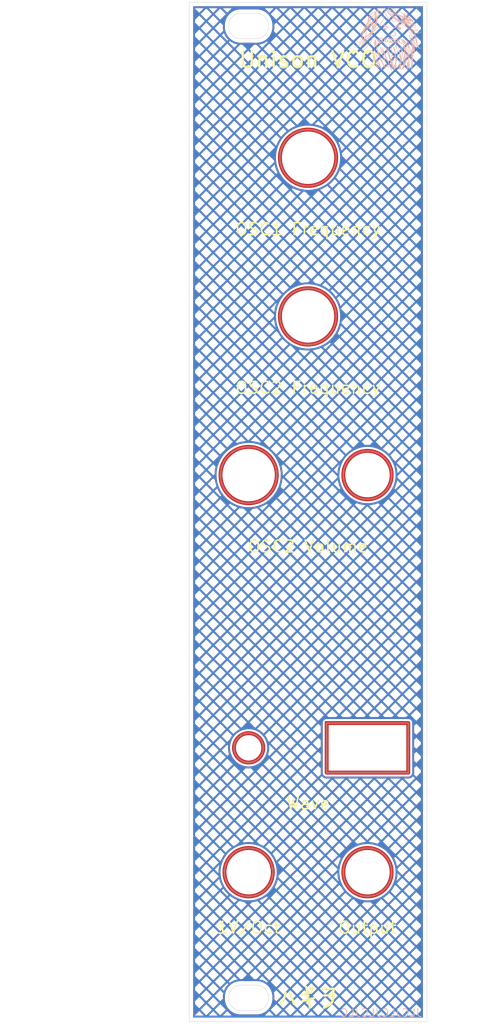
<source format=kicad_pcb>
(kicad_pcb (version 20240108) (generator "pcbnew") (generator_version "8.0")
  (layers (0 "F.Cu" signal) (31 "B.Cu" signal) (34 "B.Paste" user) (35 "F.Paste" user) (36 "B.SilkS" user "B.Silkscreen") (37 "F.SilkS" user "F.Silkscreen") (38 "B.Mask" user) (39 "F.Mask" user) (44 "Edge.Cuts" user))
  (net 0 "")
  (footprint "Library:crankery_small" (layer "B.Cu") (at 132 35.5 180)
    (property "Reference" "G***" (hide yes))
    (property "Value" "LOGO" (hide yes))
  )
  (gr_circle (center 114.053 90.3686) (end 117.603 90.3686) (stroke (width 0.5)) (fill none) (layer "F.Cu"))
  (gr_circle (center 114.053 124.7566) (end 115.903 124.7566) (stroke (width 0.5)) (fill none) (layer "F.Cu"))
  (gr_circle (center 129.053 140.4366) (end 132.103 140.4366) (stroke (width 0.5)) (fill none) (layer "F.Cu"))
  (gr_rect (start 123.903 121.6316) (end 134.203 127.8816) (stroke (width 0.5)) (fill none) (layer "F.Cu"))
  (gr_circle (center 129.053 90.3686) (end 132.103 90.3686) (stroke (width 0.5)) (fill none) (layer "F.Cu"))
  (gr_circle (center 114.053 140.4366) (end 117.103 140.4366) (stroke (width 0.5)) (fill none) (layer "F.Cu"))
  (gr_circle (center 121.553 70.3686) (end 125.103 70.3686) (stroke (width 0.5)) (fill none) (layer "F.Cu"))
  (gr_circle (center 121.553 50.3686) (end 125.103 50.3686) (stroke (width 0.5)) (fill none) (layer "F.Cu"))
  (gr_arc (start 116.553 156.3666) (mid 116.11366 157.42726) (end 115.053 157.8666) (stroke (width 0.05)) (layer "Edge.Cuts"))
  (gr_line (start 116.553 156.1666) (end 116.553 156.3666) (stroke (width 0.05)) (layer "Edge.Cuts"))
  (gr_line (start 111.553 33.8666) (end 111.553 33.6666) (stroke (width 0.05)) (layer "Edge.Cuts"))
  (gr_arc (start 115.053 154.6666) (mid 116.11366 155.10594) (end 116.553 156.1666) (stroke (width 0.05)) (layer "Edge.Cuts"))
  (gr_rect (start 106.553 30.7666) (end 136.553 159.2666) (stroke (width 0.05)) (fill none) (layer "Edge.Cuts"))
  (gr_line (start 115.053 157.8666) (end 113.053 157.8666) (stroke (width 0.05)) (layer "Edge.Cuts"))
  (gr_line (start 113.053 32.1666) (end 115.053 32.1666) (stroke (width 0.05)) (layer "Edge.Cuts"))
  (gr_circle (center 114.053 90.3686) (end 117.603 90.3686) (stroke (width 0.05)) (fill none) (layer "Edge.Cuts"))
  (gr_arc (start 116.553 33.8666) (mid 116.11366 34.92726) (end 115.053 35.3666) (stroke (width 0.05)) (layer "Edge.Cuts"))
  (gr_circle (center 114.053 124.7566) (end 115.903 124.7566) (stroke (width 0.05)) (fill none) (layer "Edge.Cuts"))
  (gr_line (start 115.053 35.3666) (end 113.053 35.3666) (stroke (width 0.05)) (layer "Edge.Cuts"))
  (gr_circle (center 121.553 70.3686) (end 125.103 70.3686) (stroke (width 0.05)) (fill none) (layer "Edge.Cuts"))
  (gr_line (start 116.553 33.6666) (end 116.553 33.8666) (stroke (width 0.05)) (layer "Edge.Cuts"))
  (gr_arc (start 111.553 156.1666) (mid 111.99234 155.10594) (end 113.053 154.6666) (stroke (width 0.05)) (layer "Edge.Cuts"))
  (gr_arc (start 111.553 33.6666) (mid 111.99234 32.60594) (end 113.053 32.1666) (stroke (width 0.05)) (layer "Edge.Cuts"))
  (gr_line (start 113.053 154.6666) (end 115.053 154.6666) (stroke (width 0.05)) (layer "Edge.Cuts"))
  (gr_rect (start 123.903 121.6316) (end 134.203 127.8816) (stroke (width 0.05)) (fill none) (layer "Edge.Cuts"))
  (gr_line (start 111.553 156.3666) (end 111.553 156.1666) (stroke (width 0.05)) (layer "Edge.Cuts"))
  (gr_circle (center 129.053 140.4366) (end 132.103 140.4366) (stroke (width 0.05)) (fill none) (layer "Edge.Cuts"))
  (gr_circle (center 129.053 90.3686) (end 132.103 90.3686) (stroke (width 0.05)) (fill none) (layer "Edge.Cuts"))
  (gr_circle (center 114.053 140.4366) (end 117.103 140.4366) (stroke (width 0.05)) (fill none) (layer "Edge.Cuts"))
  (gr_arc (start 113.053 35.3666) (mid 111.99234 34.92726) (end 111.553 33.8666) (stroke (width 0.05)) (layer "Edge.Cuts"))
  (gr_circle (center 121.553 50.3686) (end 125.103 50.3686) (stroke (width 0.05)) (fill none) (layer "Edge.Cuts"))
  (gr_arc (start 113.053 157.8666) (mid 111.99234 157.42726) (end 111.553 156.3666) (stroke (width 0.05)) (layer "Edge.Cuts"))
  (gr_arc (start 115.053 32.1666) (mid 116.11366 32.60594) (end 116.553 33.6666) (stroke (width 0.05)) (layer "Edge.Cuts"))
  (gr_text "JLCJLCJLCJLC" (at 136 158.75 0) (layer "B.SilkS") (effects (font (size 1 1) (thickness 0.1)) (justify left bottom mirror)))
  (gr_text "Wave" (at 121.553 131.7566 0) (layer "F.SilkS") (effects (font (size 1.5 1.5) (thickness 0.2))))
  (gr_text "OSC2 Volume" (at 121.553 99.3686 0) (layer "F.SilkS") (effects (font (size 1.5 1.5) (thickness 0.2))))
  (gr_text "OSC2 Frequency" (at 121.553 79.3686 0) (layer "F.SilkS") (effects (font (size 1.5 1.5) (thickness 0.2))))
  (gr_text "Output" (at 129.053 147.4366 0) (layer "F.SilkS") (effects (font (size 1.5 1.5) (thickness 0.2))))
  (gr_text "ハギヲ" (at 121.553 156.5 0) (layer "F.SilkS") (effects (font (size 2.5 2.5) (thickness 0.3))))
  (gr_text "OSC1 Frequency" (at 121.553 59.3686 0) (layer "F.SilkS") (effects (font (size 1.5 1.5) (thickness 0.2))))
  (gr_text "1V/Oct" (at 114.053 147.4366 0) (layer "F.SilkS") (effects (font (size 1.5 1.5) (thickness 0.2))))
  (gr_text "Unison VCO" (at 121.553 38.0166 0) (layer "F.SilkS") (effects (font (size 2 2) (thickness 0.3))))
  (zone (net 0) (net_name "") (layers "F&B.Cu") (connect_pads no (clearance 0.1)) (min_thickness 0.1) (fill yes (mode hatch) (thermal_gap 0.5) (thermal_bridge_width 0.5) (island_removal_mode 1) (island_area_min 10) (hatch_thickness 0.25) (hatch_gap 1) (hatch_orientation 45) (hatch_border_algorithm hatch_thickness) (hatch_min_hole_area 0.3))
    (polygon (pts (xy 106.3244 30.48) (xy 136.652 30.607) (xy 136.8044 159.5628) (xy 106.5022 159.3342)))
  )
)
</source>
